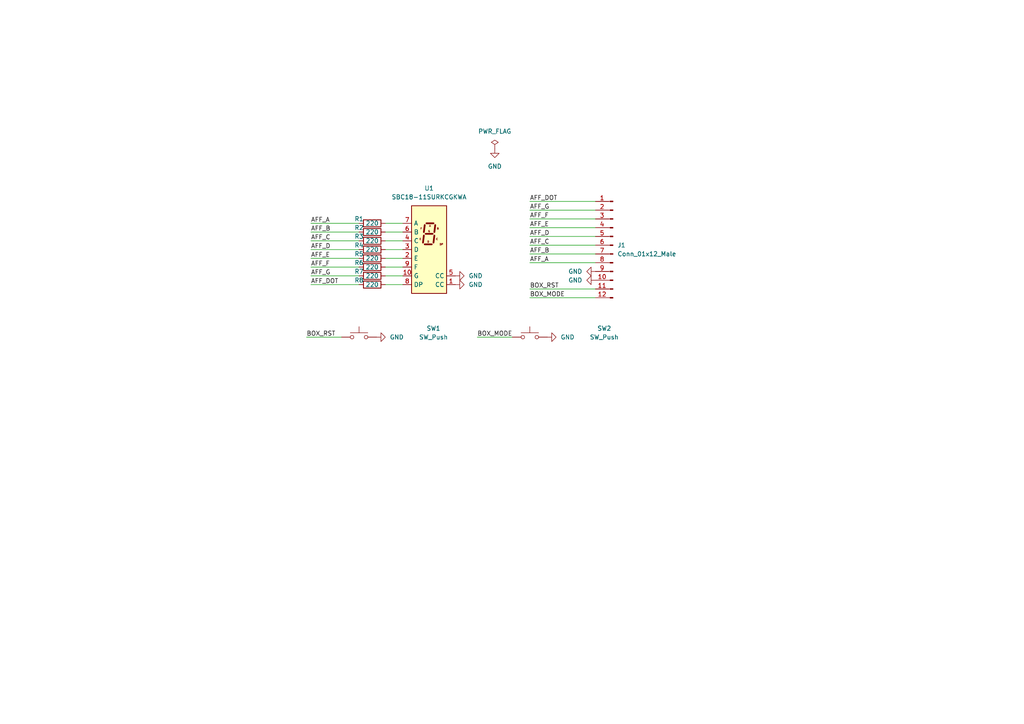
<source format=kicad_sch>
(kicad_sch (version 20211123) (generator eeschema)
  (paper "A4")
  (lib_symbols
    (symbol "Connector:Conn_01x12_Male" (pin_names (offset 1.016) hide)
      (property "Reference" "J" (at 0 15.24 0))
      (property "Value" "Conn_01x12_Male" (at 0 -17.78 0))
      (symbol "Conn_01x12_Male_1_1"
        (polyline (pts (xy 1.27 -15.24) (xy 0.8636 -15.24)) (stroke (width 0.1524)))
        (polyline (pts (xy 1.27 -12.7) (xy 0.8636 -12.7)) (stroke (width 0.1524)))
        (polyline (pts (xy 1.27 -10.16) (xy 0.8636 -10.16)) (stroke (width 0.1524)))
        (polyline (pts (xy 1.27 -7.62) (xy 0.8636 -7.62)) (stroke (width 0.1524)))
        (polyline (pts (xy 1.27 -5.08) (xy 0.8636 -5.08)) (stroke (width 0.1524)))
        (polyline (pts (xy 1.27 -2.54) (xy 0.8636 -2.54)) (stroke (width 0.1524)))
        (polyline (pts (xy 1.27 0) (xy 0.8636 0)) (stroke (width 0.1524)))
        (polyline (pts (xy 1.27 2.54) (xy 0.8636 2.54)) (stroke (width 0.1524)))
        (polyline (pts (xy 1.27 5.08) (xy 0.8636 5.08)) (stroke (width 0.1524)))
        (polyline (pts (xy 1.27 7.62) (xy 0.8636 7.62)) (stroke (width 0.1524)))
        (polyline (pts (xy 1.27 10.16) (xy 0.8636 10.16)) (stroke (width 0.1524)))
        (polyline (pts (xy 1.27 12.7) (xy 0.8636 12.7)) (stroke (width 0.1524)))
        (rectangle (start 0.8636 -15.113) (end 0 -15.367) (stroke (width 0.1524)) (fill (type outline)))
        (rectangle (start 0.8636 -12.573) (end 0 -12.827) (stroke (width 0.1524)) (fill (type outline)))
        (rectangle (start 0.8636 -10.033) (end 0 -10.287) (stroke (width 0.1524)) (fill (type outline)))
        (rectangle (start 0.8636 -7.493) (end 0 -7.747) (stroke (width 0.1524)) (fill (type outline)))
        (rectangle (start 0.8636 -4.953) (end 0 -5.207) (stroke (width 0.1524)) (fill (type outline)))
        (rectangle (start 0.8636 -2.413) (end 0 -2.667) (stroke (width 0.1524)) (fill (type outline)))
        (rectangle (start 0.8636 0.127) (end 0 -0.127) (stroke (width 0.1524)) (fill (type outline)))
        (rectangle (start 0.8636 2.667) (end 0 2.413) (stroke (width 0.1524)) (fill (type outline)))
        (rectangle (start 0.8636 5.207) (end 0 4.953) (stroke (width 0.1524)) (fill (type outline)))
        (rectangle (start 0.8636 7.747) (end 0 7.493) (stroke (width 0.1524)) (fill (type outline)))
        (rectangle (start 0.8636 10.287) (end 0 10.033) (stroke (width 0.1524)) (fill (type outline)))
        (rectangle (start 0.8636 12.827) (end 0 12.573) (stroke (width 0.1524)) (fill (type outline)))
        (pin passive line (at 5.08 12.7 180) (length 3.81) (name "Pin_1") (number "1"))
        (pin passive line (at 5.08 -10.16 180) (length 3.81) (name "Pin_10") (number "10"))
        (pin passive line (at 5.08 -12.7 180) (length 3.81) (name "Pin_11") (number "11"))
        (pin passive line (at 5.08 -15.24 180) (length 3.81) (name "Pin_12") (number "12"))
        (pin passive line (at 5.08 10.16 180) (length 3.81) (name "Pin_2") (number "2"))
        (pin passive line (at 5.08 7.62 180) (length 3.81) (name "Pin_3") (number "3"))
        (pin passive line (at 5.08 5.08 180) (length 3.81) (name "Pin_4") (number "4"))
        (pin passive line (at 5.08 2.54 180) (length 3.81) (name "Pin_5") (number "5"))
        (pin passive line (at 5.08 0 180) (length 3.81) (name "Pin_6") (number "6"))
        (pin passive line (at 5.08 -2.54 180) (length 3.81) (name "Pin_7") (number "7"))
        (pin passive line (at 5.08 -5.08 180) (length 3.81) (name "Pin_8") (number "8"))
        (pin passive line (at 5.08 -7.62 180) (length 3.81) (name "Pin_9") (number "9"))
      )
    )
    (symbol "Device:R" (pin_numbers hide) (pin_names (offset 0))
      (property "Reference" "R" (at 2.032 0 90))
      (property "Value" "R" (at 0 0 90))
      (symbol "R_0_1"
        (rectangle (start -1.016 -2.54) (end 1.016 2.54) (stroke (width 0.254)))
      )
      (symbol "R_1_1"
        (pin passive line (at 0 3.81 270) (length 1.27) (name "~") (number "1"))
        (pin passive line (at 0 -3.81 90) (length 1.27) (name "~") (number "2"))
      )
    )
    (symbol "Display_Character:SBC18-11SURKCGKWA" (pin_names (offset 0.635))
      (property "Reference" "U" (at -2.54 13.97 0))
      (property "Value" "SBC18-11SURKCGKWA" (at -4.826 -14.224 0))
      (symbol "SBC18-11SURKCGKWA_0_0"
        (text "A" (at 0.254 6.858 0) (effects (font (size 0.508 0.508))))
        (text "B" (at 2.54 6.096 0) (effects (font (size 0.508 0.508))))
        (text "C" (at 2.286 3.048 0) (effects (font (size 0.508 0.508))))
        (text "D" (at -0.254 2.286 0) (effects (font (size 0.508 0.508))))
        (text "DP" (at 3.556 1.524 0) (effects (font (size 0.508 0.508))))
        (text "E" (at -2.54 3.048 0) (effects (font (size 0.508 0.508))))
        (text "F" (at -2.286 6.096 0) (effects (font (size 0.508 0.508))))
        (text "G" (at 0 5.334 0) (effects (font (size 0.508 0.508))))
      )
      (symbol "SBC18-11SURKCGKWA_0_1"
        (rectangle (start -5.08 12.7) (end 5.08 -12.7) (stroke (width 0.254)) (fill (type background)))
        (polyline (pts (xy -1.524 4.064) (xy -1.778 2.032)) (stroke (width 0.508)))
        (polyline (pts (xy -1.27 1.524) (xy 0.762 1.524)) (stroke (width 0.508)))
        (polyline (pts (xy -1.27 7.112) (xy -1.524 5.08)) (stroke (width 0.508)))
        (polyline (pts (xy -1.016 4.572) (xy 1.016 4.572)) (stroke (width 0.508)))
        (polyline (pts (xy -0.762 7.62) (xy 1.27 7.62)) (stroke (width 0.508)))
        (polyline (pts (xy 1.524 4.064) (xy 1.27 2.032)) (stroke (width 0.508)))
        (polyline (pts (xy 1.778 7.112) (xy 1.524 5.08)) (stroke (width 0.508)))
        (polyline (pts (xy 2.54 1.524) (xy 2.54 1.524)) (stroke (width 0.508)))
      )
      (symbol "SBC18-11SURKCGKWA_1_1"
        (pin input line (at 7.62 -10.16 180) (length 2.54) (name "CC") (number "1"))
        (pin input line (at -7.62 -7.62 0) (length 2.54) (name "G") (number "10"))
        (pin input line (at -7.62 -2.54 0) (length 2.54) (name "E") (number "2"))
        (pin input line (at -7.62 0 0) (length 2.54) (name "D") (number "3"))
        (pin input line (at -7.62 2.54 0) (length 2.54) (name "C") (number "4"))
        (pin input line (at 7.62 -7.62 180) (length 2.54) (name "CC") (number "5"))
        (pin input line (at -7.62 5.08 0) (length 2.54) (name "B") (number "6"))
        (pin input line (at -7.62 7.62 0) (length 2.54) (name "A") (number "7"))
        (pin input line (at -7.62 -10.16 0) (length 2.54) (name "DP") (number "8"))
        (pin input line (at -7.62 -5.08 0) (length 2.54) (name "F") (number "9"))
      )
    )
    (symbol "Switch:SW_Push" (pin_numbers hide) (pin_names (offset 1.016) hide)
      (property "Reference" "SW" (at 1.27 2.54 0))
      (property "Value" "SW_Push" (at 0 -1.524 0))
      (symbol "SW_Push_0_1"
        (circle (center -2.032 0) (radius 0.508))
        (polyline (pts (xy 0 1.27) (xy 0 3.048)))
        (polyline (pts (xy 2.54 1.27) (xy -2.54 1.27)))
        (circle (center 2.032 0) (radius 0.508))
        (pin passive line (at -5.08 0 0) (length 2.54) (name "1") (number "1"))
        (pin passive line (at 5.08 0 180) (length 2.54) (name "2") (number "2"))
      )
    )
    (symbol "power:GND" (power) (pin_names (offset 0))
      (property "Value" "GND" (at 0 -3.81 0))
      (symbol "GND_0_1"
        (polyline (pts (xy 0 0) (xy 0 -1.27) (xy 1.27 -1.27) (xy 0 -2.54) (xy -1.27 -1.27) (xy 0 -1.27)))
      )
      (symbol "GND_1_1"
        (pin power_in line (at 0 0 270) (length 0) hide (name "GND") (number "1"))
      )
    )
    (symbol "power:PWR_FLAG" (power) (pin_numbers hide) (pin_names (offset 0) hide)
      (property "Value" "PWR_FLAG" (at 0 3.81 0))
      (symbol "PWR_FLAG_0_0"
        (pin power_out line (at 0 0 90) (length 0) (name "pwr") (number "1"))
      )
      (symbol "PWR_FLAG_0_1"
        (polyline (pts (xy 0 0) (xy 0 1.27) (xy -1.016 1.905) (xy 0 2.54) (xy 1.016 1.905) (xy 0 1.27)))
      )
    )
  )
  (wire (pts (xy 172.72 60.96) (xy 153.67 60.96)))
  (wire (pts (xy 138.43 97.79) (xy 148.59 97.79)))
  (wire (pts (xy 172.72 63.5) (xy 153.67 63.5)))
  (wire (pts (xy 111.76 64.77) (xy 116.84 64.77)))
  (wire (pts (xy 172.72 66.04) (xy 153.67 66.04)))
  (wire (pts (xy 111.76 69.85) (xy 116.84 69.85)))
  (wire (pts (xy 111.76 77.47) (xy 116.84 77.47)))
  (wire (pts (xy 90.17 72.39) (xy 104.14 72.39)))
  (wire (pts (xy 172.72 73.66) (xy 153.67 73.66)))
  (wire (pts (xy 90.17 77.47) (xy 104.14 77.47)))
  (wire (pts (xy 172.72 83.82) (xy 153.67 83.82)))
  (wire (pts (xy 111.76 80.01) (xy 116.84 80.01)))
  (wire (pts (xy 90.17 74.93) (xy 104.14 74.93)))
  (wire (pts (xy 88.9 97.79) (xy 99.06 97.79)))
  (wire (pts (xy 172.72 76.2) (xy 153.67 76.2)))
  (wire (pts (xy 90.17 69.85) (xy 104.14 69.85)))
  (wire (pts (xy 172.72 58.42) (xy 153.67 58.42)))
  (wire (pts (xy 90.17 82.55) (xy 104.14 82.55)))
  (wire (pts (xy 111.76 82.55) (xy 116.84 82.55)))
  (wire (pts (xy 111.76 72.39) (xy 116.84 72.39)))
  (wire (pts (xy 111.76 67.31) (xy 116.84 67.31)))
  (wire (pts (xy 172.72 68.58) (xy 153.67 68.58)))
  (wire (pts (xy 172.72 71.12) (xy 153.67 71.12)))
  (wire (pts (xy 90.17 67.31) (xy 104.14 67.31)))
  (wire (pts (xy 172.72 86.36) (xy 153.67 86.36)))
  (wire (pts (xy 90.17 80.01) (xy 104.14 80.01)))
  (wire (pts (xy 111.76 74.93) (xy 116.84 74.93)))
  (wire (pts (xy 90.17 64.77) (xy 104.14 64.77)))
  (label "AFF_F" (at 153.67 63.5 0))
  (label "AFF_D" (at 153.67 68.58 0))
  (label "AFF_A" (at 90.17 64.77 0))
  (label "BOX_MODE" (at 153.67 86.36 0))
  (label "AFF_A" (at 153.67 76.2 0))
  (label "AFF_G" (at 90.17 80.01 0))
  (label "BOX_RST" (at 153.67 83.82 0))
  (label "AFF_E" (at 90.17 74.93 0))
  (label "AFF_E" (at 153.67 66.04 0))
  (label "AFF_D" (at 90.17 72.39 0))
  (label "AFF_F" (at 90.17 77.47 0))
  (label "AFF_G" (at 153.67 60.96 0))
  (label "AFF_C" (at 90.17 69.85 0))
  (label "AFF_DOT" (at 153.67 58.42 0))
  (label "AFF_B" (at 90.17 67.31 0))
  (label "BOX_MODE" (at 138.43 97.79 0))
  (label "BOX_RST" (at 88.9 97.79 0))
  (label "AFF_C" (at 153.67 71.12 0))
  (label "AFF_DOT" (at 90.17 82.55 0))
  (label "AFF_B" (at 153.67 73.66 0))
  (symbol (lib_id "Switch:SW_Push") (at 104.14 97.79 0) (unit 1)
    (property "Reference" "SW1" (at 125.73 95.25 0))
    (property "Value" "SW_Push" (at 125.73 97.79 0))
    (property "Footprint" "Button_Switch_THT:SW_PUSH_6mm" (effects hide))
  )
  (symbol (lib_id "Device:R") (at 107.95 72.39 90) (unit 1)
    (property "Reference" "R4" (at 104.14 71.12 90))
    (property "Value" "220" (at 107.95 72.39 90))
    (property "Footprint" "Resistor_SMD:R_1206_3216Metric" (effects hide))
  )
  (symbol (lib_id "power:GND") (at 143.51 43.18 0) (unit 1)
    (property "Reference" "#PWR0105" (effects hide))
    (property "Value" "GND" (at 143.51 48.26 0))
  )
  (symbol (lib_id "Switch:SW_Push") (at 153.67 97.79 0) (unit 1)
    (property "Reference" "SW2" (at 175.26 95.25 0))
    (property "Value" "SW_Push" (at 175.26 97.79 0))
    (property "Footprint" "Button_Switch_THT:SW_PUSH_6mm" (effects hide))
  )
  (symbol (lib_id "Device:R") (at 107.95 69.85 90) (unit 1)
    (property "Reference" "R3" (at 104.14 68.58 90))
    (property "Value" "220" (at 107.95 69.85 90))
    (property "Footprint" "Resistor_SMD:R_1206_3216Metric" (effects hide))
  )
  (symbol (lib_id "Device:R") (at 107.95 82.55 90) (unit 1)
    (property "Reference" "R8" (at 104.14 81.28 90))
    (property "Value" "220" (at 107.95 82.55 90))
    (property "Footprint" "Resistor_SMD:R_1206_3216Metric" (effects hide))
  )
  (symbol (lib_id "Device:R") (at 107.95 64.77 90) (unit 1)
    (property "Reference" "R1" (at 104.14 63.5 90))
    (property "Value" "220" (at 107.95 64.77 90))
    (property "Footprint" "Resistor_SMD:R_1206_3216Metric" (effects hide))
  )
  (symbol (lib_id "power:GND") (at 132.08 82.55 90) (unit 1)
    (property "Reference" "#PWR0104" (effects hide))
    (property "Value" "GND" (at 135.89 82.5499 90) (effects (justify right)))
  )
  (symbol (lib_id "Connector:Conn_01x12_Male") (at 177.8 71.12 0) (mirror y) (unit 1)
    (property "Reference" "J1" (at 179.07 71.1199 0) (effects (justify right)))
    (property "Value" "Conn_01x12_Male" (at 179.07 73.6599 0) (effects (justify right)))
    (property "Footprint" "Connector_PinHeader_2.54mm:PinHeader_1x12_P2.54mm_Vertical" (effects hide))
  )
  (symbol (lib_id "power:GND") (at 172.72 81.28 270) (unit 1)
    (property "Reference" "#PWR0102" (effects hide))
    (property "Value" "GND" (at 168.91 81.2799 90) (effects (justify right)))
  )
  (symbol (lib_id "Device:R") (at 107.95 80.01 90) (unit 1)
    (property "Reference" "R7" (at 104.14 78.74 90))
    (property "Value" "220" (at 107.95 80.01 90))
    (property "Footprint" "Resistor_SMD:R_1206_3216Metric" (effects hide))
  )
  (symbol (lib_id "power:PWR_FLAG") (at 143.51 43.18 0) (unit 1)
    (property "Reference" "#FLG0101" (effects hide))
    (property "Value" "PWR_FLAG" (at 143.51 38.1 0))
  )
  (symbol (lib_id "power:GND") (at 132.08 80.01 90) (unit 1)
    (property "Reference" "#PWR0103" (effects hide))
    (property "Value" "GND" (at 135.89 80.0099 90) (effects (justify right)))
  )
  (symbol (lib_id "Device:R") (at 107.95 67.31 90) (unit 1)
    (property "Reference" "R2" (at 104.14 66.04 90))
    (property "Value" "220" (at 107.95 67.31 90))
    (property "Footprint" "Resistor_SMD:R_1206_3216Metric" (effects hide))
  )
  (symbol (lib_id "Device:R") (at 107.95 74.93 90) (unit 1)
    (property "Reference" "R5" (at 104.14 73.66 90))
    (property "Value" "220" (at 107.95 74.93 90))
    (property "Footprint" "Resistor_SMD:R_1206_3216Metric" (effects hide))
  )
  (symbol (lib_id "power:GND") (at 172.72 78.74 270) (unit 1)
    (property "Reference" "#PWR0101" (effects hide))
    (property "Value" "GND" (at 168.91 78.7399 90) (effects (justify right)))
  )
  (symbol (lib_id "power:GND") (at 109.22 97.79 90) (unit 1)
    (property "Reference" "#PWR0115" (effects hide))
    (property "Value" "GND" (at 113.03 97.7899 90) (effects (justify right)))
  )
  (symbol (lib_id "Display_Character:SBC18-11SURKCGKWA") (at 124.46 72.39 0) (unit 1)
    (property "Reference" "U1" (at 124.46 54.61 0))
    (property "Value" "SBC18-11SURKCGKWA" (at 124.46 57.15 0))
    (property "Footprint" "Display_7Segment:SBC18-11SURKCGKWA" (effects hide))
    (property "Datasheet" "http://www.kingbright.com/attachments/file/psearch/000/00/00/SBC18-11SURKCGKWA(Ver.6A).pdf" (effects hide))
  )
  (symbol (lib_id "power:GND") (at 158.75 97.79 90) (unit 1)
    (property "Reference" "#PWR0116" (effects hide))
    (property "Value" "GND" (at 162.56 97.7899 90) (effects (justify right)))
  )
  (symbol (lib_id "Device:R") (at 107.95 77.47 90) (unit 1)
    (property "Reference" "R6" (at 104.14 76.2 90))
    (property "Value" "220" (at 107.95 77.47 90))
    (property "Footprint" "Resistor_SMD:R_1206_3216Metric" (effects hide))
  )
)
</source>
